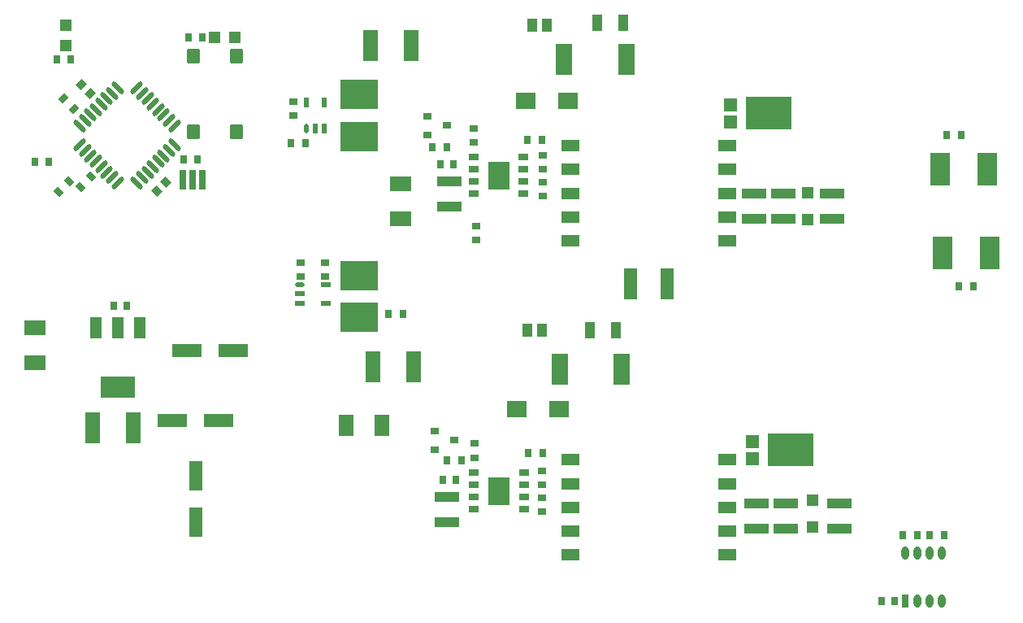
<source format=gtp>
%FSTAX23Y23*%
%MOMM*%
%SFA1B1*%

%IPPOS*%
%AMD22*
4,1,4,0.193040,-0.581660,0.581660,-0.193040,-0.193040,0.581660,-0.581660,0.193040,0.193040,-0.581660,0.0*
1,1,0.550000,0.388620,-0.388620*
1,1,0.550000,-0.388620,0.388620*
%
%AMD23*
4,1,4,-0.581660,-0.193040,-0.193040,-0.581660,0.581660,0.193040,0.193040,0.581660,-0.581660,-0.193040,0.0*
1,1,0.550000,-0.388620,-0.388620*
1,1,0.550000,0.388620,0.388620*
%
%AMD24*
4,1,8,-0.650240,0.675640,-0.650240,-0.675640,-0.551180,-0.774700,0.551180,-0.774700,0.650240,-0.675640,0.650240,0.675640,0.551180,0.774700,-0.551180,0.774700,-0.650240,0.675640,0.0*
1,1,0.200000,-0.551180,0.675640*
1,1,0.200000,-0.551180,-0.675640*
1,1,0.200000,0.551180,-0.675640*
1,1,0.200000,0.551180,0.675640*
%
%AMD40*
4,1,4,0.563880,-0.071120,-0.071120,0.563880,-0.563880,0.071120,0.071120,-0.563880,0.563880,-0.071120,0.0*
%
%AMD41*
4,1,4,0.035560,0.599440,-0.599440,-0.035560,-0.035560,-0.599440,0.599440,0.035560,0.035560,0.599440,0.0*
%
%AMD42*
4,1,4,-0.599440,0.035560,0.035560,-0.599440,0.599440,-0.035560,-0.035560,0.599440,-0.599440,0.035560,0.0*
%
%AMD43*
4,1,4,-0.071120,-0.563880,0.563880,0.071120,0.071120,0.563880,-0.563880,-0.071120,-0.071120,-0.563880,0.0*
%
%ADD10R,1.999996X3.499993*%
%ADD11R,3.609993X2.209996*%
%ADD12R,1.219998X2.239996*%
%ADD13R,1.099998X1.399997*%
%ADD14R,2.099996X1.799996*%
%ADD15R,1.879996X1.169998*%
%ADD16R,0.709999X2.009996*%
%ADD17R,1.549997X3.299993*%
%ADD18R,2.179996X1.519997*%
%ADD19R,1.799996X3.199994*%
%ADD20R,3.999992X3.099994*%
%ADD21R,1.219998X1.219998*%
G04~CAMADD=22~3~0.0~0.0~216.5~649.6~0.0~0.0~0~0.0~0.0~0.0~0.0~0~0.0~0.0~0.0~0.0~0~0.0~0.0~0.0~225.0~522.0~522.0*
%ADD22D22*%
G04~CAMADD=23~3~0.0~0.0~216.5~649.6~0.0~0.0~0~0.0~0.0~0.0~0.0~0~0.0~0.0~0.0~0.0~0~0.0~0.0~0.0~135.0~522.0~522.0*
%ADD23D23*%
G04~CAMADD=24~8~0.0~0.0~610.2~511.8~39.4~0.0~15~0.0~0.0~0.0~0.0~0~0.0~0.0~0.0~0.0~0~0.0~0.0~0.0~90.0~512.0~610.0*
%ADD24D24*%
%ADD25R,0.549999X0.999998*%
%ADD26O,0.549999X0.999998*%
%ADD27R,1.099998X1.699997*%
%ADD28R,0.899998X0.699999*%
%ADD29R,1.139998X0.759998*%
%ADD30R,2.259995X2.999994*%
%ADD31R,1.199998X1.199998*%
%ADD32R,2.599995X1.099998*%
%ADD33R,0.799998X0.899998*%
%ADD34R,0.899998X0.799998*%
%ADD35R,0.999998X0.549999*%
%ADD36O,0.999998X0.549999*%
%ADD37R,0.699999X0.899998*%
%ADD38R,1.399997X3.299993*%
%ADD39R,1.219998X1.219998*%
G04~CAMADD=40~9~0.0~0.0~354.3~275.6~0.0~0.0~0~0.0~0.0~0.0~0.0~0~0.0~0.0~0.0~0.0~0~0.0~0.0~0.0~315.0~444.0~443.0*
%ADD40D40*%
G04~CAMADD=41~9~0.0~0.0~354.3~315.0~0.0~0.0~0~0.0~0.0~0.0~0.0~0~0.0~0.0~0.0~0.0~0~0.0~0.0~0.0~45.0~472.0~471.0*
%ADD41D41*%
G04~CAMADD=42~9~0.0~0.0~354.3~315.0~0.0~0.0~0~0.0~0.0~0.0~0.0~0~0.0~0.0~0.0~0.0~0~0.0~0.0~0.0~135.0~472.0~471.0*
%ADD42D42*%
G04~CAMADD=43~9~0.0~0.0~354.3~275.6~0.0~0.0~0~0.0~0.0~0.0~0.0~0~0.0~0.0~0.0~0.0~0~0.0~0.0~0.0~225.0~444.0~443.0*
%ADD43D43*%
%ADD44R,1.519997X2.179996*%
%ADD45R,0.799998X1.399997*%
%ADD46O,0.799998X1.399997*%
%ADD47R,3.019994X1.419997*%
%ADD48R,1.419997X3.019994*%
%ADD49R,1.399997X1.389997*%
%ADD50R,4.859990X3.359993*%
%LNlv1-1*%
%LPD*%
G54D10*
X118709Y57149D03*
X123609D03*
X118959Y48509D03*
X123859D03*
G54D11*
X33019Y34469D03*
G54D12*
X30709Y40689D03*
X33019D03*
X35329D03*
G54D13*
X76209Y72139D03*
X77709D03*
X77199Y40389D03*
X75699D03*
G54D14*
X79919Y64259D03*
X75519D03*
X79019Y32199D03*
X74619D03*
G54D15*
X96559Y59649D03*
Y57169D03*
Y54689D03*
Y52209D03*
Y49729D03*
X80199Y59649D03*
Y57169D03*
Y54689D03*
Y52209D03*
Y49729D03*
X80159Y17019D03*
Y19499D03*
Y21979D03*
Y24459D03*
Y26939D03*
X96519Y17019D03*
Y19499D03*
Y21979D03*
Y24459D03*
Y26939D03*
G54D16*
X39839Y56129D03*
X40849D03*
X41849D03*
G54D17*
X59619Y36579D03*
X63819D03*
X59369Y70099D03*
X63569D03*
X30409Y30229D03*
X34609D03*
G54D18*
X62479Y52009D03*
Y55689D03*
X24379Y37019D03*
Y40699D03*
G54D19*
X85549Y36319D03*
X79049D03*
X86049Y68579D03*
X79549D03*
G54D20*
X58169Y60539D03*
Y64939D03*
Y46139D03*
Y41739D03*
G54D21*
X43109Y70869D03*
X45219D03*
G54D22*
X34989Y55759D03*
X35549Y56319D03*
X36119Y56889D03*
X36679Y57449D03*
X37249Y58019D03*
X37809Y58579D03*
X38379Y59149D03*
X38949Y59719D03*
X33009Y65659D03*
X32439Y65089D03*
X31869Y64519D03*
X31309Y63959D03*
X30739Y63389D03*
X30179Y62829D03*
X29609Y62259D03*
X29049Y61699D03*
G54D23*
X38949Y61699D03*
X38379Y62259D03*
X37809Y62829D03*
X37249Y63389D03*
X36679Y63959D03*
X36119Y64519D03*
X35549Y65089D03*
X34989Y65659D03*
X29049Y59719D03*
X29609Y59149D03*
X30179Y58579D03*
X30739Y58019D03*
X31309Y57449D03*
X31869Y56889D03*
X32439Y56319D03*
X33009Y55759D03*
G54D24*
X40889Y61049D03*
Y68999D03*
X45389Y61049D03*
Y68999D03*
G54D25*
X54539Y64089D03*
X52639D03*
X54539Y61389D03*
X53589D03*
G54D26*
X52639Y61389D03*
G54D27*
X84919Y40389D03*
X82219D03*
X82979Y72389D03*
X85679D03*
G54D28*
X70209Y27139D03*
Y28639D03*
X77299Y58659D03*
Y57159D03*
Y55869D03*
Y54369D03*
X70099Y61459D03*
Y59959D03*
X52069Y45989D03*
Y47489D03*
X77249Y21519D03*
Y23019D03*
Y24309D03*
Y25809D03*
X70359Y49799D03*
Y51299D03*
G54D29*
X70129Y25569D03*
Y24299D03*
Y23029D03*
Y21759D03*
X75339Y25569D03*
Y24299D03*
Y23029D03*
Y21759D03*
X75309Y54609D03*
Y55879D03*
Y57149D03*
Y58419D03*
X70099Y54609D03*
Y55879D03*
Y57149D03*
Y58419D03*
G54D30*
X72739Y23659D03*
X72709Y56509D03*
G54D31*
X105409Y19939D03*
Y22739D03*
X104899Y51939D03*
Y54739D03*
G54D32*
X99569Y22429D03*
Y19729D03*
X102619Y22429D03*
Y19729D03*
X67559Y53259D03*
Y55959D03*
X102359Y54689D03*
Y51989D03*
X99309Y54689D03*
Y51989D03*
X67339Y20409D03*
Y23109D03*
X108199Y19729D03*
Y22429D03*
X107439Y51989D03*
Y54689D03*
G54D33*
X33969Y42929D03*
X32569D03*
X68009Y57659D03*
X66609D03*
X66889Y24809D03*
X68289D03*
X113979Y12189D03*
X112579D03*
G54D34*
X51309Y64199D03*
Y62799D03*
X54609Y47439D03*
Y46039D03*
X66059Y27959D03*
Y29959D03*
X68059Y28959D03*
X65289Y60719D03*
Y62719D03*
X67289Y61719D03*
G54D35*
X54689Y43249D03*
Y45149D03*
X51989Y43249D03*
Y44199D03*
G54D36*
X51989Y45149D03*
G54D37*
X75809Y27629D03*
X77309D03*
X65799Y59439D03*
X67299D03*
X119389Y60709D03*
X120889D03*
X120659Y44959D03*
X122159D03*
X25859Y57909D03*
X24359D03*
X41859Y70869D03*
X40359D03*
X39849Y58169D03*
X41349D03*
X28139Y68579D03*
X26639D03*
X77199Y60199D03*
X75699D03*
X51069Y59939D03*
X52569D03*
X67319Y26919D03*
X68819D03*
X61229Y42159D03*
X62729D03*
X119109Y19049D03*
X117609D03*
X116319D03*
X114819D03*
G54D38*
X90289Y45209D03*
X86489D03*
G54D39*
X27649Y70069D03*
Y72189D03*
G54D40*
X30209Y56409D03*
X29149Y55349D03*
X27919Y55899D03*
X26859Y54839D03*
G54D41*
X29179Y66029D03*
X30169Y65039D03*
G54D42*
X37059Y54879D03*
X38049Y55869D03*
G54D43*
X28429Y63479D03*
X27369Y64539D03*
G54D44*
X56829Y30479D03*
X60509D03*
G54D45*
X115059Y12189D03*
G54D46*
X116329Y12189D03*
X117599D03*
X118869D03*
X115059Y17189D03*
X116329D03*
X117599D03*
X118869D03*
G54D47*
X45069Y38349D03*
X40259D03*
X43549Y30989D03*
X38739D03*
G54D48*
X41149Y25259D03*
Y20449D03*
G54D49*
X96859Y62069D03*
Y63909D03*
X99139Y27019D03*
Y28859D03*
G54D50*
X100839Y62989D03*
X103119Y27939D03*
M02*
</source>
